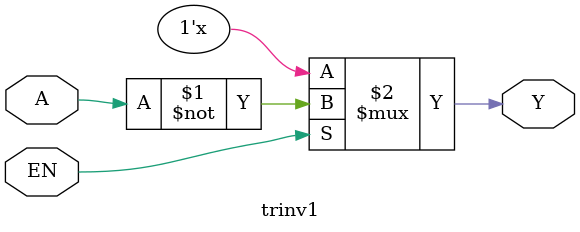
<source format=v>

module trinv1 (Y, A, EN);
    output Y;
    input A;
    input EN;

notif1 (Y, A, EN);

endmodule

</source>
